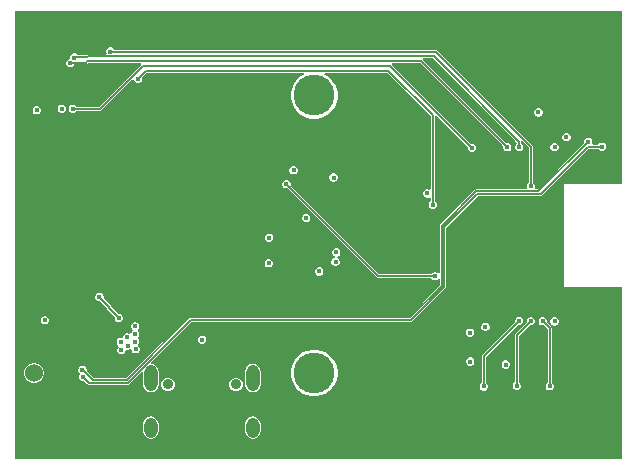
<source format=gbr>
%TF.GenerationSoftware,Altium Limited,Altium Designer,23.6.0 (18)*%
G04 Layer_Physical_Order=6*
G04 Layer_Color=16711680*
%FSLAX45Y45*%
%MOMM*%
%TF.SameCoordinates,DCE0C1D5-9975-4D98-BEBD-45AE40CD8FD9*%
%TF.FilePolarity,Positive*%
%TF.FileFunction,Copper,L6,Bot,Signal*%
%TF.Part,Single*%
G01*
G75*
%TA.AperFunction,Conductor*%
%ADD29C,0.12700*%
%ADD33C,0.20320*%
%TA.AperFunction,ComponentPad*%
%ADD36C,3.45440*%
%ADD37C,1.52400*%
%ADD38C,0.60960*%
%ADD39O,1.11760X2.20980*%
%ADD40C,0.91440*%
%ADD41O,1.11760X1.70180*%
%TA.AperFunction,ViaPad*%
%ADD42C,0.45000*%
%TA.AperFunction,NonConductor*%
%ADD43C,0.60960*%
G36*
X7828209Y4890991D02*
X7337096D01*
Y4010896D01*
X7828209D01*
Y2560391D01*
X2687391D01*
Y6355009D01*
X7828209D01*
Y4890991D01*
D02*
G37*
%LPC*%
G36*
X3501132Y6043210D02*
X3487128D01*
X3474191Y6037851D01*
X3464289Y6027949D01*
X3458930Y6015012D01*
Y6001008D01*
X3461147Y5995656D01*
X3452811Y5982956D01*
X3307080D01*
X3295416Y5978124D01*
X3292439Y5975148D01*
X3218188D01*
X3217541Y5976710D01*
X3207639Y5986612D01*
X3194702Y5991971D01*
X3180698D01*
X3167761Y5986612D01*
X3157859Y5976710D01*
X3152500Y5963773D01*
Y5949770D01*
X3149728Y5945621D01*
X3146334D01*
X3133397Y5940262D01*
X3123495Y5930360D01*
X3118136Y5917423D01*
Y5903419D01*
X3123495Y5890482D01*
X3133397Y5880580D01*
X3146334Y5875221D01*
X3160337D01*
X3173275Y5880580D01*
X3183177Y5890482D01*
X3186591Y5898726D01*
X3286374D01*
X3298038Y5903557D01*
X3303504Y5909023D01*
X3751371D01*
X3754477Y5899026D01*
X3754634Y5896323D01*
X3399307Y5540996D01*
X3206267D01*
X3204841Y5544439D01*
X3194939Y5554341D01*
X3182002Y5559700D01*
X3167998D01*
X3155061Y5554341D01*
X3145159Y5544439D01*
X3139800Y5531502D01*
Y5517498D01*
X3145159Y5504561D01*
X3155061Y5494659D01*
X3167998Y5489300D01*
X3182002D01*
X3194939Y5494659D01*
X3204841Y5504561D01*
X3206267Y5508004D01*
X3406140D01*
X3417804Y5512836D01*
X3680820Y5775852D01*
X3693520Y5771498D01*
X3698879Y5758561D01*
X3708781Y5748659D01*
X3721718Y5743300D01*
X3735722D01*
X3748659Y5748659D01*
X3758561Y5758561D01*
X3763920Y5771498D01*
Y5785502D01*
X3762494Y5788945D01*
X3801593Y5828044D01*
X5132854D01*
X5135381Y5815344D01*
X5126045Y5811477D01*
X5093661Y5789839D01*
X5066121Y5762299D01*
X5044483Y5729915D01*
X5029578Y5693933D01*
X5021980Y5655734D01*
Y5616786D01*
X5029578Y5578587D01*
X5044483Y5542605D01*
X5066121Y5510221D01*
X5093661Y5482681D01*
X5126045Y5461043D01*
X5162027Y5446138D01*
X5200226Y5438540D01*
X5239174D01*
X5277373Y5446138D01*
X5313355Y5461043D01*
X5345739Y5482681D01*
X5373279Y5510221D01*
X5394917Y5542605D01*
X5409822Y5578587D01*
X5417420Y5616786D01*
Y5655734D01*
X5409822Y5693933D01*
X5394917Y5729915D01*
X5373279Y5762299D01*
X5345739Y5789839D01*
X5313355Y5811477D01*
X5304019Y5815344D01*
X5306546Y5828044D01*
X5840247D01*
X6206504Y5461787D01*
Y4845369D01*
X6193804Y4839171D01*
X6184802Y4842900D01*
X6170798D01*
X6157861Y4837541D01*
X6147959Y4827639D01*
X6142600Y4814702D01*
Y4800698D01*
X6147959Y4787761D01*
X6157861Y4777859D01*
X6170798Y4772500D01*
X6184802D01*
X6193804Y4776229D01*
X6206504Y4770031D01*
Y4742967D01*
X6203061Y4741541D01*
X6193159Y4731639D01*
X6187800Y4718702D01*
Y4704698D01*
X6193159Y4691761D01*
X6203061Y4681859D01*
X6215998Y4676500D01*
X6230002D01*
X6242939Y4681859D01*
X6252841Y4691761D01*
X6258200Y4704698D01*
Y4718702D01*
X6252841Y4731639D01*
X6242939Y4741541D01*
X6239496Y4742967D01*
Y5466715D01*
X6244633Y5470513D01*
X6251229Y5472942D01*
X6520126Y5204045D01*
X6518700Y5200602D01*
Y5186598D01*
X6524059Y5173661D01*
X6533961Y5163759D01*
X6546898Y5158400D01*
X6560902D01*
X6573839Y5163759D01*
X6583741Y5173661D01*
X6589100Y5186598D01*
Y5200602D01*
X6583741Y5213539D01*
X6573839Y5223441D01*
X6560902Y5228800D01*
X6546898D01*
X6543455Y5227374D01*
X5874505Y5896323D01*
X5874662Y5899026D01*
X5877769Y5909023D01*
X6119949D01*
X6820126Y5208845D01*
X6818700Y5205402D01*
Y5191398D01*
X6824059Y5178461D01*
X6833961Y5168559D01*
X6846898Y5163200D01*
X6860902D01*
X6873839Y5168559D01*
X6883741Y5178461D01*
X6889100Y5191398D01*
Y5205402D01*
X6883741Y5218339D01*
X6873839Y5228241D01*
X6860902Y5233600D01*
X6846898D01*
X6843455Y5232174D01*
X6138445Y5937183D01*
X6138249Y5937264D01*
X6140776Y5949964D01*
X6223787D01*
X6931276Y5242475D01*
X6933961Y5229841D01*
X6924059Y5219939D01*
X6918700Y5207002D01*
Y5192998D01*
X6924059Y5180061D01*
X6933961Y5170159D01*
X6946898Y5164800D01*
X6960902D01*
X6973839Y5170159D01*
X6983741Y5180061D01*
X6989100Y5192998D01*
Y5207002D01*
X6983741Y5219939D01*
X6973839Y5229841D01*
X6970396Y5231267D01*
Y5243180D01*
X6968151Y5248600D01*
X6978917Y5255794D01*
X7037404Y5197307D01*
Y4898590D01*
X7033641Y4897031D01*
X7023739Y4887129D01*
X7018380Y4874192D01*
Y4860188D01*
X7020597Y4854836D01*
X7012261Y4842136D01*
X6589527D01*
X6577863Y4837304D01*
X6286266Y4545707D01*
X6281434Y4534043D01*
Y4133939D01*
X6280011Y4133068D01*
X6268734Y4130046D01*
X6261239Y4137541D01*
X6248302Y4142900D01*
X6234298D01*
X6221361Y4137541D01*
X6211459Y4127639D01*
X6210033Y4124196D01*
X5767033D01*
X5017254Y4873975D01*
X5018680Y4877418D01*
Y4891422D01*
X5013321Y4904359D01*
X5003419Y4914261D01*
X4990482Y4919620D01*
X4976478D01*
X4963541Y4914261D01*
X4953639Y4904359D01*
X4948280Y4891422D01*
Y4877418D01*
X4953639Y4864481D01*
X4963541Y4854579D01*
X4976478Y4849220D01*
X4990482D01*
X4993925Y4850646D01*
X5748536Y4096035D01*
X5760200Y4091204D01*
X6210033D01*
X6211459Y4087761D01*
X6221361Y4077859D01*
X6234298Y4072500D01*
X6248302D01*
X6261239Y4077859D01*
X6268734Y4085354D01*
X6280011Y4082332D01*
X6281434Y4081461D01*
Y4034003D01*
X6020587Y3773156D01*
X4163060D01*
X4151396Y3768324D01*
X3627907Y3244836D01*
X3351994D01*
X3291480Y3305349D01*
Y3319162D01*
X3286121Y3332099D01*
X3276219Y3342001D01*
X3263282Y3347360D01*
X3249278D01*
X3236341Y3342001D01*
X3226439Y3332099D01*
X3221080Y3319162D01*
Y3305158D01*
X3226439Y3292221D01*
X3236341Y3282319D01*
X3231921Y3273721D01*
X3231519Y3273319D01*
X3226160Y3260382D01*
Y3246378D01*
X3231519Y3233441D01*
X3241421Y3223539D01*
X3254358Y3218180D01*
X3268362D01*
X3271805Y3219606D01*
X3297596Y3193816D01*
X3309260Y3188984D01*
X3642808D01*
X3654472Y3193816D01*
X3757018Y3296361D01*
X3769718Y3291101D01*
Y3188630D01*
X3774745Y3163358D01*
X3789060Y3141933D01*
X3810485Y3127618D01*
X3835757Y3122591D01*
X3861029Y3127618D01*
X3882453Y3141933D01*
X3896769Y3163358D01*
X3901796Y3188630D01*
Y3297850D01*
X3896769Y3323122D01*
X3882453Y3344547D01*
X3861029Y3358862D01*
X3841387Y3362769D01*
X3836696Y3376039D01*
X4179231Y3718574D01*
X6036363D01*
X6048027Y3723406D01*
X6331184Y4006563D01*
X6336016Y4018227D01*
Y4518267D01*
X6605303Y4787554D01*
X7135380D01*
X7147044Y4792386D01*
X7540082Y5185424D01*
X7624293D01*
X7625719Y5181981D01*
X7635621Y5172079D01*
X7648558Y5166720D01*
X7662562D01*
X7675499Y5172079D01*
X7685401Y5181981D01*
X7690760Y5194918D01*
Y5208922D01*
X7685401Y5221859D01*
X7675499Y5231761D01*
X7662562Y5237120D01*
X7648558D01*
X7635621Y5231761D01*
X7625719Y5221859D01*
X7624293Y5218416D01*
X7578409D01*
X7571028Y5231116D01*
X7573920Y5238098D01*
Y5252102D01*
X7568561Y5265039D01*
X7558659Y5274941D01*
X7545722Y5280300D01*
X7531718D01*
X7518781Y5274941D01*
X7508879Y5265039D01*
X7503520Y5252102D01*
Y5238098D01*
X7504555Y5235599D01*
X7111092Y4842136D01*
X7094899D01*
X7086563Y4854836D01*
X7088780Y4860188D01*
Y4874192D01*
X7083421Y4887129D01*
X7073519Y4897031D01*
X7070396Y4898325D01*
Y5204140D01*
X7065564Y5215804D01*
X6265144Y6016224D01*
X6253480Y6021056D01*
X3526826D01*
X3523971Y6027949D01*
X3514069Y6037851D01*
X3501132Y6043210D01*
D02*
G37*
G36*
X3088022Y5559700D02*
X3074018D01*
X3061081Y5554341D01*
X3051179Y5544439D01*
X3045820Y5531502D01*
Y5517498D01*
X3051179Y5504561D01*
X3061081Y5494659D01*
X3074018Y5489300D01*
X3088022D01*
X3100959Y5494659D01*
X3110861Y5504561D01*
X3116220Y5517498D01*
Y5531502D01*
X3110861Y5544439D01*
X3100959Y5554341D01*
X3088022Y5559700D01*
D02*
G37*
G36*
X2877202Y5547000D02*
X2863198D01*
X2850261Y5541641D01*
X2840359Y5531739D01*
X2835000Y5518802D01*
Y5504798D01*
X2840359Y5491861D01*
X2850261Y5481959D01*
X2863198Y5476600D01*
X2877202D01*
X2890139Y5481959D01*
X2900041Y5491861D01*
X2905400Y5504798D01*
Y5518802D01*
X2900041Y5531739D01*
X2890139Y5541641D01*
X2877202Y5547000D01*
D02*
G37*
G36*
X7125002Y5527600D02*
X7110998D01*
X7098061Y5522241D01*
X7088159Y5512339D01*
X7082800Y5499402D01*
Y5485398D01*
X7088159Y5472461D01*
X7098061Y5462559D01*
X7110998Y5457200D01*
X7125002D01*
X7137939Y5462559D01*
X7147841Y5472461D01*
X7153200Y5485398D01*
Y5499402D01*
X7147841Y5512339D01*
X7137939Y5522241D01*
X7125002Y5527600D01*
D02*
G37*
G36*
X7360902Y5319300D02*
X7346898D01*
X7333961Y5313941D01*
X7324059Y5304039D01*
X7318700Y5291102D01*
Y5277098D01*
X7324059Y5264161D01*
X7333961Y5254259D01*
X7346898Y5248900D01*
X7360902D01*
X7373839Y5254259D01*
X7383741Y5264161D01*
X7389100Y5277098D01*
Y5291102D01*
X7383741Y5304039D01*
X7373839Y5313941D01*
X7360902Y5319300D01*
D02*
G37*
G36*
X7260902Y5234800D02*
X7246898D01*
X7233961Y5229441D01*
X7224059Y5219539D01*
X7218700Y5206602D01*
Y5192598D01*
X7224059Y5179661D01*
X7233961Y5169759D01*
X7246898Y5164400D01*
X7260902D01*
X7273839Y5169759D01*
X7283741Y5179661D01*
X7289100Y5192598D01*
Y5206602D01*
X7283741Y5219539D01*
X7273839Y5229441D01*
X7260902Y5234800D01*
D02*
G37*
G36*
X5051442Y5037860D02*
X5037438D01*
X5024501Y5032501D01*
X5014599Y5022599D01*
X5009240Y5009662D01*
Y4995658D01*
X5014599Y4982721D01*
X5024501Y4972819D01*
X5037438Y4967460D01*
X5051442D01*
X5064379Y4972819D01*
X5074281Y4982721D01*
X5079640Y4995658D01*
Y5009662D01*
X5074281Y5022599D01*
X5064379Y5032501D01*
X5051442Y5037860D01*
D02*
G37*
G36*
X5390302Y4977000D02*
X5376298D01*
X5363361Y4971641D01*
X5353459Y4961739D01*
X5348100Y4948802D01*
Y4934798D01*
X5353459Y4921861D01*
X5363361Y4911959D01*
X5376298Y4906600D01*
X5390302D01*
X5403239Y4911959D01*
X5413141Y4921861D01*
X5418500Y4934798D01*
Y4948802D01*
X5413141Y4961739D01*
X5403239Y4971641D01*
X5390302Y4977000D01*
D02*
G37*
G36*
X5157302Y4634320D02*
X5143298D01*
X5130361Y4628961D01*
X5120459Y4619059D01*
X5115100Y4606122D01*
Y4592118D01*
X5120459Y4579181D01*
X5130361Y4569279D01*
X5143298Y4563920D01*
X5157302D01*
X5170239Y4569279D01*
X5180141Y4579181D01*
X5185500Y4592118D01*
Y4606122D01*
X5180141Y4619059D01*
X5170239Y4628961D01*
X5157302Y4634320D01*
D02*
G37*
G36*
X4844062Y4466600D02*
X4830058D01*
X4817121Y4461241D01*
X4807219Y4451339D01*
X4801860Y4438402D01*
Y4424398D01*
X4807219Y4411461D01*
X4817121Y4401559D01*
X4830058Y4396200D01*
X4844062D01*
X4856999Y4401559D01*
X4866901Y4411461D01*
X4872260Y4424398D01*
Y4438402D01*
X4866901Y4451339D01*
X4856999Y4461241D01*
X4844062Y4466600D01*
D02*
G37*
G36*
X5412762Y4342400D02*
X5398758D01*
X5385821Y4337041D01*
X5375919Y4327139D01*
X5370560Y4314202D01*
Y4300198D01*
X5375919Y4287261D01*
X5385821Y4277359D01*
X5391836Y4274867D01*
X5392141Y4268096D01*
X5390573Y4261644D01*
X5379461Y4257041D01*
X5369559Y4247139D01*
X5364200Y4234202D01*
Y4220198D01*
X5369559Y4207261D01*
X5379461Y4197359D01*
X5392398Y4192000D01*
X5406402D01*
X5419339Y4197359D01*
X5429241Y4207261D01*
X5434600Y4220198D01*
Y4234202D01*
X5429241Y4247139D01*
X5419339Y4257041D01*
X5413324Y4259533D01*
X5413019Y4266304D01*
X5414587Y4272756D01*
X5425699Y4277359D01*
X5435601Y4287261D01*
X5440960Y4300198D01*
Y4314202D01*
X5435601Y4327139D01*
X5425699Y4337041D01*
X5412762Y4342400D01*
D02*
G37*
G36*
X4840622Y4251600D02*
X4826618D01*
X4813681Y4246241D01*
X4803779Y4236339D01*
X4798420Y4223402D01*
Y4209398D01*
X4803779Y4196461D01*
X4813681Y4186559D01*
X4826618Y4181200D01*
X4840622D01*
X4853559Y4186559D01*
X4863461Y4196461D01*
X4868820Y4209398D01*
Y4223402D01*
X4863461Y4236339D01*
X4853559Y4246241D01*
X4840622Y4251600D01*
D02*
G37*
G36*
X5269262Y4182400D02*
X5255258D01*
X5242321Y4177041D01*
X5232419Y4167139D01*
X5227060Y4154202D01*
Y4140198D01*
X5232419Y4127261D01*
X5242321Y4117359D01*
X5255258Y4112000D01*
X5269262D01*
X5282199Y4117359D01*
X5292101Y4127261D01*
X5297460Y4140198D01*
Y4154202D01*
X5292101Y4167139D01*
X5282199Y4177041D01*
X5269262Y4182400D01*
D02*
G37*
G36*
X3407309Y3965277D02*
X3393306D01*
X3380369Y3959918D01*
X3370467Y3950016D01*
X3365108Y3937078D01*
Y3923075D01*
X3370467Y3910138D01*
X3380369Y3900236D01*
X3393306Y3894877D01*
X3407309D01*
X3407825Y3895091D01*
X3465341Y3837575D01*
Y3833394D01*
X3466819Y3825961D01*
X3471030Y3819660D01*
X3530895Y3759794D01*
X3530681Y3759278D01*
Y3745275D01*
X3536040Y3732338D01*
X3545942Y3722436D01*
X3558879Y3717077D01*
X3572883D01*
X3585820Y3722436D01*
X3595722Y3732338D01*
X3601081Y3745275D01*
Y3759278D01*
X3595722Y3772216D01*
X3585820Y3782118D01*
X3572883Y3787477D01*
X3558879D01*
X3558363Y3787263D01*
X3504187Y3841439D01*
Y3845620D01*
X3502709Y3853054D01*
X3498498Y3859355D01*
X3435294Y3922559D01*
X3435507Y3923075D01*
Y3937078D01*
X3430149Y3950016D01*
X3420247Y3959918D01*
X3407309Y3965277D01*
D02*
G37*
G36*
X2945782Y3769000D02*
X2931778D01*
X2918841Y3763641D01*
X2908939Y3753739D01*
X2903580Y3740802D01*
Y3726798D01*
X2908939Y3713861D01*
X2918841Y3703959D01*
X2931778Y3698600D01*
X2945782D01*
X2958719Y3703959D01*
X2968621Y3713861D01*
X2973980Y3726798D01*
Y3740802D01*
X2968621Y3753739D01*
X2958719Y3763641D01*
X2945782Y3769000D01*
D02*
G37*
G36*
X6960902Y3763300D02*
X6946898D01*
X6933961Y3757941D01*
X6924059Y3748039D01*
X6918700Y3735102D01*
Y3721098D01*
X6920126Y3717655D01*
X6643136Y3440664D01*
X6638304Y3429000D01*
Y3203727D01*
X6634861Y3202301D01*
X6624959Y3192399D01*
X6619600Y3179462D01*
Y3165458D01*
X6624959Y3152521D01*
X6634861Y3142619D01*
X6647798Y3137260D01*
X6661802D01*
X6674739Y3142619D01*
X6684641Y3152521D01*
X6690000Y3165458D01*
Y3179462D01*
X6684641Y3192399D01*
X6674739Y3202301D01*
X6671296Y3203727D01*
Y3422167D01*
X6943455Y3694326D01*
X6946898Y3692900D01*
X6960902D01*
X6973839Y3698259D01*
X6983741Y3708161D01*
X6989100Y3721098D01*
Y3735102D01*
X6983741Y3748039D01*
X6973839Y3757941D01*
X6960902Y3763300D01*
D02*
G37*
G36*
X7060902Y3761700D02*
X7046898D01*
X7033961Y3756341D01*
X7024059Y3746439D01*
X7018700Y3733502D01*
Y3719498D01*
X7020126Y3716055D01*
X6922536Y3618464D01*
X6917704Y3606800D01*
Y3208807D01*
X6914261Y3207381D01*
X6904359Y3197479D01*
X6899000Y3184542D01*
Y3170538D01*
X6904359Y3157601D01*
X6914261Y3147699D01*
X6927198Y3142340D01*
X6941202D01*
X6954139Y3147699D01*
X6964041Y3157601D01*
X6969400Y3170538D01*
Y3184542D01*
X6964041Y3197479D01*
X6954139Y3207381D01*
X6950696Y3208807D01*
Y3599967D01*
X7043455Y3692726D01*
X7046898Y3691300D01*
X7060902D01*
X7073839Y3696659D01*
X7083741Y3706561D01*
X7089100Y3719498D01*
Y3733502D01*
X7083741Y3746439D01*
X7073839Y3756341D01*
X7060902Y3761700D01*
D02*
G37*
G36*
X7260902Y3758500D02*
X7246898D01*
X7233961Y3753141D01*
X7224059Y3743239D01*
X7218700Y3730302D01*
Y3716298D01*
X7224059Y3703361D01*
X7233961Y3693459D01*
X7246898Y3688100D01*
X7260902D01*
X7273839Y3693459D01*
X7283741Y3703361D01*
X7289100Y3716298D01*
Y3730302D01*
X7283741Y3743239D01*
X7273839Y3753141D01*
X7260902Y3758500D01*
D02*
G37*
G36*
X6675931Y3711690D02*
X6661928D01*
X6648991Y3706331D01*
X6639089Y3696429D01*
X6633730Y3683492D01*
Y3669488D01*
X6639089Y3656551D01*
X6648991Y3646649D01*
X6661928Y3641290D01*
X6675931D01*
X6688869Y3646649D01*
X6698770Y3656551D01*
X6704129Y3669488D01*
Y3683492D01*
X6698770Y3696429D01*
X6688869Y3706331D01*
X6675931Y3711690D01*
D02*
G37*
G36*
X3709569Y3716357D02*
X3695566D01*
X3682629Y3710998D01*
X3672727Y3701096D01*
X3667368Y3688158D01*
Y3674155D01*
X3672727Y3661218D01*
X3676241Y3657703D01*
X3681434Y3649407D01*
X3676241Y3641110D01*
X3672727Y3637596D01*
X3667942Y3626044D01*
X3662595Y3623022D01*
X3654668Y3620303D01*
X3643529Y3624917D01*
X3629526D01*
X3616589Y3619558D01*
X3606687Y3609656D01*
X3601328Y3596718D01*
Y3594897D01*
X3588628Y3586411D01*
X3587649Y3586817D01*
X3573646D01*
X3560709Y3581458D01*
X3550807Y3571556D01*
X3545448Y3558618D01*
Y3544615D01*
X3550807Y3531678D01*
X3560708Y3521776D01*
X3561872Y3519156D01*
X3562669Y3507218D01*
X3555887Y3500436D01*
X3550528Y3487498D01*
Y3473495D01*
X3555887Y3460558D01*
X3565789Y3450656D01*
X3578726Y3445297D01*
X3592729D01*
X3605667Y3450656D01*
X3615569Y3460558D01*
X3620927Y3473495D01*
Y3474264D01*
X3632066Y3483397D01*
X3646069D01*
X3659007Y3488756D01*
X3659748Y3489497D01*
X3672448Y3484236D01*
Y3481115D01*
X3677807Y3468178D01*
X3687709Y3458276D01*
X3700646Y3452917D01*
X3714649D01*
X3727587Y3458276D01*
X3737489Y3468178D01*
X3742847Y3481115D01*
Y3495118D01*
X3737489Y3508056D01*
X3727587Y3517957D01*
X3731015Y3530284D01*
X3732409Y3531678D01*
X3737767Y3544615D01*
Y3558618D01*
X3732409Y3571556D01*
X3727624Y3576340D01*
X3723924Y3584637D01*
X3727624Y3592934D01*
X3732409Y3597718D01*
X3737767Y3610655D01*
Y3624658D01*
X3732409Y3637596D01*
X3728894Y3641110D01*
X3723702Y3649407D01*
X3728894Y3657703D01*
X3732409Y3661218D01*
X3737767Y3674155D01*
Y3688158D01*
X3732409Y3701096D01*
X3722507Y3710998D01*
X3709569Y3716357D01*
D02*
G37*
G36*
X6544962Y3662320D02*
X6530958D01*
X6518021Y3656961D01*
X6508119Y3647059D01*
X6502760Y3634122D01*
Y3620118D01*
X6508119Y3607181D01*
X6518021Y3597279D01*
X6530958Y3591920D01*
X6544962D01*
X6557899Y3597279D01*
X6567801Y3607181D01*
X6573160Y3620118D01*
Y3634122D01*
X6567801Y3647059D01*
X6557899Y3656961D01*
X6544962Y3662320D01*
D02*
G37*
G36*
X4276742Y3603900D02*
X4262738D01*
X4249801Y3598541D01*
X4239899Y3588639D01*
X4234540Y3575702D01*
Y3561698D01*
X4239899Y3548761D01*
X4249801Y3538859D01*
X4262738Y3533500D01*
X4276742D01*
X4289679Y3538859D01*
X4299581Y3548761D01*
X4304940Y3561698D01*
Y3575702D01*
X4299581Y3588639D01*
X4289679Y3598541D01*
X4276742Y3603900D01*
D02*
G37*
G36*
X6547502Y3418480D02*
X6533498D01*
X6520561Y3413121D01*
X6510659Y3403219D01*
X6505300Y3390282D01*
Y3376278D01*
X6510659Y3363341D01*
X6520561Y3353439D01*
X6533498Y3348080D01*
X6547502D01*
X6560439Y3353439D01*
X6570341Y3363341D01*
X6575700Y3376278D01*
Y3390282D01*
X6570341Y3403219D01*
X6560439Y3413121D01*
X6547502Y3418480D01*
D02*
G37*
G36*
X6847222Y3393080D02*
X6833218D01*
X6820281Y3387721D01*
X6810379Y3377819D01*
X6805020Y3364882D01*
Y3350878D01*
X6810379Y3337941D01*
X6820281Y3328039D01*
X6833218Y3322680D01*
X6847222D01*
X6860159Y3328039D01*
X6870061Y3337941D01*
X6875420Y3350878D01*
Y3364882D01*
X6870061Y3377819D01*
X6860159Y3387721D01*
X6847222Y3393080D01*
D02*
G37*
G36*
X2858542Y3371850D02*
X2836138D01*
X2814497Y3366051D01*
X2795093Y3354849D01*
X2779251Y3339007D01*
X2768049Y3319603D01*
X2762250Y3297962D01*
Y3275558D01*
X2768049Y3253917D01*
X2779251Y3234513D01*
X2795093Y3218671D01*
X2814497Y3207469D01*
X2836138Y3201670D01*
X2858542D01*
X2880183Y3207469D01*
X2899587Y3218671D01*
X2915429Y3234513D01*
X2926631Y3253917D01*
X2932430Y3275558D01*
Y3297962D01*
X2926631Y3319603D01*
X2915429Y3339007D01*
X2899587Y3354849D01*
X2880183Y3366051D01*
X2858542Y3371850D01*
D02*
G37*
G36*
X7160902Y3760100D02*
X7146898D01*
X7133961Y3754741D01*
X7124059Y3744839D01*
X7118700Y3731902D01*
Y3717898D01*
X7124059Y3704961D01*
X7133961Y3695059D01*
X7146898Y3689700D01*
X7160902D01*
X7164345Y3691126D01*
X7197104Y3658367D01*
Y3206267D01*
X7193661Y3204841D01*
X7183759Y3194939D01*
X7178400Y3182002D01*
Y3167998D01*
X7183759Y3155061D01*
X7193661Y3145159D01*
X7206598Y3139800D01*
X7220602D01*
X7233539Y3145159D01*
X7243441Y3155061D01*
X7248800Y3167998D01*
Y3182002D01*
X7243441Y3194939D01*
X7233539Y3204841D01*
X7230096Y3206267D01*
Y3665200D01*
X7225264Y3676864D01*
X7187673Y3714455D01*
X7189100Y3717898D01*
Y3731902D01*
X7183741Y3744839D01*
X7173839Y3754741D01*
X7160902Y3760100D01*
D02*
G37*
G36*
X4568301Y3248260D02*
X4545219D01*
X4523894Y3239427D01*
X4507573Y3223106D01*
X4498740Y3201781D01*
Y3178699D01*
X4507573Y3157374D01*
X4523894Y3141053D01*
X4545219Y3132220D01*
X4568301D01*
X4589626Y3141053D01*
X4605947Y3157374D01*
X4614780Y3178699D01*
Y3201781D01*
X4605947Y3223106D01*
X4589626Y3239427D01*
X4568301Y3248260D01*
D02*
G37*
G36*
X3990301D02*
X3967219D01*
X3945895Y3239427D01*
X3929573Y3223106D01*
X3920740Y3201781D01*
Y3178699D01*
X3929573Y3157374D01*
X3945895Y3141053D01*
X3967219Y3132220D01*
X3990301D01*
X4011626Y3141053D01*
X4027947Y3157374D01*
X4036780Y3178699D01*
Y3201781D01*
X4027947Y3223106D01*
X4011626Y3239427D01*
X3990301Y3248260D01*
D02*
G37*
G36*
X4699763Y3363889D02*
X4674491Y3358862D01*
X4653067Y3344547D01*
X4638751Y3323122D01*
X4633724Y3297850D01*
Y3188630D01*
X4638751Y3163358D01*
X4653067Y3141933D01*
X4674491Y3127618D01*
X4699763Y3122591D01*
X4725035Y3127618D01*
X4746460Y3141933D01*
X4760775Y3163358D01*
X4765802Y3188630D01*
Y3297850D01*
X4760775Y3323122D01*
X4746460Y3344547D01*
X4725035Y3358862D01*
X4699763Y3363889D01*
D02*
G37*
G36*
X5239174Y3484480D02*
X5200226D01*
X5162027Y3476882D01*
X5126045Y3461977D01*
X5093661Y3440339D01*
X5066121Y3412799D01*
X5044483Y3380415D01*
X5029578Y3344433D01*
X5021980Y3306234D01*
Y3267286D01*
X5029578Y3229087D01*
X5044483Y3193105D01*
X5066121Y3160721D01*
X5093661Y3133181D01*
X5126045Y3111543D01*
X5162027Y3096638D01*
X5200226Y3089040D01*
X5239174D01*
X5277373Y3096638D01*
X5313355Y3111543D01*
X5345739Y3133181D01*
X5373279Y3160721D01*
X5394917Y3193105D01*
X5409822Y3229087D01*
X5417420Y3267286D01*
Y3306234D01*
X5409822Y3344433D01*
X5394917Y3380415D01*
X5373279Y3412799D01*
X5345739Y3440339D01*
X5313355Y3461977D01*
X5277373Y3476882D01*
X5239174Y3484480D01*
D02*
G37*
G36*
X4699760Y2920489D02*
X4674488Y2915462D01*
X4653064Y2901147D01*
X4638748Y2879722D01*
X4633721Y2854450D01*
Y2796030D01*
X4638748Y2770758D01*
X4653064Y2749333D01*
X4674488Y2735018D01*
X4699760Y2729991D01*
X4725032Y2735018D01*
X4746457Y2749333D01*
X4760772Y2770758D01*
X4765799Y2796030D01*
Y2854450D01*
X4760772Y2879722D01*
X4746457Y2901147D01*
X4725032Y2915462D01*
X4699760Y2920489D01*
D02*
G37*
G36*
X3835757D02*
X3810485Y2915462D01*
X3789060Y2901147D01*
X3774745Y2879722D01*
X3769718Y2854450D01*
Y2796030D01*
X3774745Y2770758D01*
X3789060Y2749333D01*
X3810485Y2735018D01*
X3835757Y2729991D01*
X3861029Y2735018D01*
X3882453Y2749333D01*
X3896769Y2770758D01*
X3901796Y2796030D01*
Y2854450D01*
X3896769Y2879722D01*
X3882453Y2901147D01*
X3861029Y2915462D01*
X3835757Y2920489D01*
D02*
G37*
%LPD*%
D29*
X3261360Y3253380D02*
X3309260Y3205480D01*
X3642808D02*
X4172398Y3735070D01*
X3309260Y3205480D02*
X3642808D01*
X6598470Y4804050D02*
X7135380D01*
X6319520Y4525100D02*
X6598470Y4804050D01*
X6297930Y4534043D02*
X6589527Y4825640D01*
X7117925D01*
X7135380Y4804050D02*
X7533250Y5201920D01*
X7117925Y4825640D02*
X7537384Y5245100D01*
X7053900Y4867510D02*
Y5204140D01*
X7053580Y4867190D02*
X7053900Y4867510D01*
X6253480Y6004560D02*
X7053900Y5204140D01*
X7537384Y5245100D02*
X7538720D01*
X7533250Y5201920D02*
X7655560D01*
X6319520Y4018227D02*
Y4525100D01*
X6297930Y4027170D02*
Y4534043D01*
X6027420Y3756660D02*
X6297930Y4027170D01*
X6036363Y3735070D02*
X6319520Y4018227D01*
X4172398Y3735070D02*
X6036363D01*
X6230620Y5966460D02*
X6953900Y5243180D01*
X3497580Y6004560D02*
X6253480D01*
X3307080Y5966460D02*
X6230620D01*
X3296672Y5925519D02*
X6126781D01*
X6853900Y5198400D01*
X6953900Y5200000D02*
Y5243180D01*
X4163060Y3756660D02*
X6027420D01*
X5760200Y4107700D02*
X6241300D01*
X4983480Y4884420D02*
X5760200Y4107700D01*
X3634740Y3228340D02*
X4163060Y3756660D01*
X3256280Y3312160D02*
X3261341D01*
X3345161Y3228340D01*
X3634740D01*
X3794760Y5844540D02*
X5847080D01*
X3728720Y5778500D02*
X3794760Y5844540D01*
X5847080D02*
X6223000Y5468620D01*
X3406140Y5524500D02*
X3766820Y5885180D01*
X5862320D02*
X6553900Y5193600D01*
X3766820Y5885180D02*
X5862320D01*
X3153336Y5910421D02*
X3158136Y5915221D01*
X3299272Y5958652D02*
X3307080Y5966460D01*
X3187700Y5956771D02*
X3189580Y5958652D01*
X3158136Y5915221D02*
X3286374D01*
X3296672Y5925519D01*
X3189580Y5958652D02*
X3299272D01*
X3494130Y6008010D02*
X3497580Y6004560D01*
X6223000Y4711700D02*
Y5468620D01*
X3175000Y5524500D02*
X3406140D01*
X6654800Y3429000D02*
X6953900Y3728100D01*
X7213600Y3175000D02*
Y3665200D01*
X7153900Y3724900D02*
X7213600Y3665200D01*
X6934200Y3177540D02*
Y3606800D01*
X7053900Y3726500D01*
X6654800Y3172460D02*
Y3429000D01*
D33*
X3400308Y3930077D02*
X3484764Y3845620D01*
Y3833394D02*
Y3845620D01*
Y3833394D02*
X3565881Y3752277D01*
D36*
X5219700Y5636260D02*
D03*
Y3286760D02*
D03*
D37*
X2847340Y4556760D02*
D03*
Y3286760D02*
D03*
D38*
X3835757Y3243240D02*
D03*
Y2825240D02*
D03*
X4699760D02*
D03*
X4699763Y3243240D02*
D03*
D39*
X3835757D02*
D03*
X4699763D02*
D03*
D40*
X3978760Y3190240D02*
D03*
X4556760D02*
D03*
D41*
X4699760Y2825240D02*
D03*
X3835757D02*
D03*
D42*
X3016250Y3868691D02*
D03*
X2938780Y3733800D02*
D03*
X3092600Y3600133D02*
D03*
X6537960Y3627120D02*
D03*
X7053580Y4867190D02*
D03*
X7538720Y5245100D02*
D03*
X7315200Y4864100D02*
D03*
X6985000Y4762500D02*
D03*
X6667500D02*
D03*
X7315200Y4686300D02*
D03*
X4269740Y3568700D02*
D03*
X4286250Y3810000D02*
D03*
X3256280Y3312160D02*
D03*
X5150300Y4599120D02*
D03*
X5715000Y4762500D02*
D03*
X5397500D02*
D03*
X6032500D02*
D03*
X4762500D02*
D03*
X3261360Y3253380D02*
D03*
X3702568Y3617657D02*
D03*
Y3681157D02*
D03*
Y3551617D02*
D03*
X3585728Y3480497D02*
D03*
X3580648Y3551617D02*
D03*
X7655560Y5201920D02*
D03*
X7143750Y5715000D02*
D03*
X6840220Y3357880D02*
D03*
X6540500Y3383280D02*
D03*
X6668930Y3676490D02*
D03*
X6191250Y3175000D02*
D03*
X3204728Y3970717D02*
D03*
X3296168Y3891977D02*
D03*
X3689868Y3897057D02*
D03*
X3595888Y3912297D02*
D03*
X3451108Y3983417D02*
D03*
X3529848Y3935157D02*
D03*
X3400308Y3930077D02*
D03*
X3565881Y3752277D02*
D03*
X3636528Y3589717D02*
D03*
X3492500Y2857500D02*
D03*
X3707648Y3488117D02*
D03*
X3639068Y3518597D02*
D03*
X3175000Y2857500D02*
D03*
X6667500Y4127500D02*
D03*
X7759700Y5194300D02*
D03*
X7785100Y3721100D02*
D03*
X7670800D02*
D03*
X7556500D02*
D03*
X7366000D02*
D03*
X7315200Y4038600D02*
D03*
X7314221Y4229196D02*
D03*
X7315200Y4140200D02*
D03*
Y4318000D02*
D03*
Y4419600D02*
D03*
Y4508500D02*
D03*
Y4597400D02*
D03*
Y4775200D02*
D03*
X7620000Y6032500D02*
D03*
X7778750Y5715000D02*
D03*
X7620000Y5397500D02*
D03*
Y3492500D02*
D03*
X7778750Y3175000D02*
D03*
X7620000Y2857500D02*
D03*
X7302500Y6032500D02*
D03*
X7461250Y5715000D02*
D03*
X7302500Y3492500D02*
D03*
X7461250Y3175000D02*
D03*
X7302500Y2857500D02*
D03*
X6985000Y6032500D02*
D03*
Y5397500D02*
D03*
X7143750Y4445000D02*
D03*
X6985000Y4127500D02*
D03*
Y3492500D02*
D03*
X7143750Y3175000D02*
D03*
X6667500Y6032500D02*
D03*
X6826250Y5715000D02*
D03*
Y4445000D02*
D03*
Y3175000D02*
D03*
X6350000Y6032500D02*
D03*
Y3492500D02*
D03*
X6508750Y3175000D02*
D03*
X6350000Y2857500D02*
D03*
X6191250Y5715000D02*
D03*
X6032500Y5397500D02*
D03*
X6191250Y4445000D02*
D03*
Y3810000D02*
D03*
X6032500Y3492500D02*
D03*
Y2857500D02*
D03*
X5873750Y5715000D02*
D03*
X5715000Y5397500D02*
D03*
X5873750Y5080000D02*
D03*
Y4445000D02*
D03*
Y3810000D02*
D03*
X5715000Y3492500D02*
D03*
X5873750Y3175000D02*
D03*
X5715000Y2857500D02*
D03*
X5556250Y4445000D02*
D03*
X5397500Y4127500D02*
D03*
X5556250Y3810000D02*
D03*
X5397500Y2857500D02*
D03*
X5238750Y5080000D02*
D03*
Y4445000D02*
D03*
Y3810000D02*
D03*
X5080000Y2857500D02*
D03*
X4762500Y5397500D02*
D03*
X4921250Y5080000D02*
D03*
X4762500Y4127500D02*
D03*
Y3492500D02*
D03*
X4603750Y5715000D02*
D03*
X4445000Y5397500D02*
D03*
X4603750Y5080000D02*
D03*
X4445000Y4762500D02*
D03*
X4603750Y4445000D02*
D03*
X4445000Y4127500D02*
D03*
X4603750Y3810000D02*
D03*
X4286250Y5715000D02*
D03*
X4127500Y5397500D02*
D03*
X4286250Y5080000D02*
D03*
X4127500Y4762500D02*
D03*
Y4127500D02*
D03*
X3968750Y5715000D02*
D03*
X3810000Y5397500D02*
D03*
X3968750Y5080000D02*
D03*
X3810000Y4762500D02*
D03*
X3968750Y4445000D02*
D03*
X3810000Y4127500D02*
D03*
X3968750Y3810000D02*
D03*
X3492500Y5397500D02*
D03*
Y4762500D02*
D03*
X3651250Y4445000D02*
D03*
X3492500Y4127500D02*
D03*
X3333750Y5080000D02*
D03*
X3175000Y4762500D02*
D03*
X3333750Y4445000D02*
D03*
X3175000Y4127500D02*
D03*
X2857500Y5397500D02*
D03*
X3016250Y5080000D02*
D03*
X2857500Y4762500D02*
D03*
X3016250Y4445000D02*
D03*
X2857500Y4127500D02*
D03*
X2870200Y5511800D02*
D03*
X3187700Y5956771D02*
D03*
X3153336Y5910421D02*
D03*
X3494130Y6008010D02*
D03*
X7118000Y5492400D02*
D03*
X6177800Y4807700D02*
D03*
X6223000Y4711700D02*
D03*
X5405760Y4307200D02*
D03*
X4833620Y4216400D02*
D03*
X4837060Y4431400D02*
D03*
X3728720Y5778500D02*
D03*
X3081020Y5524500D02*
D03*
X3175000D02*
D03*
X6553900Y5193600D02*
D03*
X6953900Y3728100D02*
D03*
X7213600Y3175000D02*
D03*
X6934200Y3177540D02*
D03*
X6654800Y3172460D02*
D03*
X4983480Y4884420D02*
D03*
X5044440Y5002660D02*
D03*
X5383300Y4941800D02*
D03*
X5399400Y4227200D02*
D03*
X5262260Y4147200D02*
D03*
X7253900Y3723300D02*
D03*
X7153900Y3724900D02*
D03*
X7053900Y3726500D02*
D03*
X6241300Y4107700D02*
D03*
X6853900Y5198400D02*
D03*
X6953900Y5200000D02*
D03*
X7353900Y5284100D02*
D03*
X7253900Y5199600D02*
D03*
D43*
X3835757Y3188630D02*
Y3243240D01*
X4699760Y2796030D02*
Y2825240D01*
X4699763Y3188630D02*
Y3243240D01*
X3835757Y2796030D02*
Y2825240D01*
%TF.MD5,3ca473b7f6e9f268947c3d6652ba3f99*%
M02*

</source>
